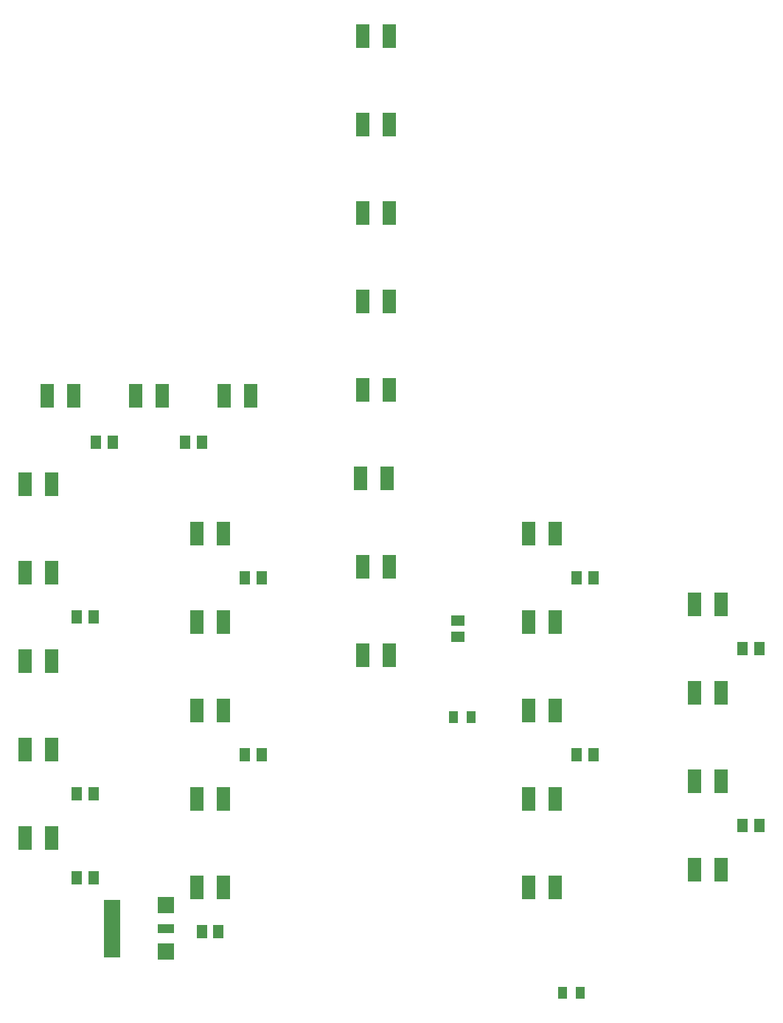
<source format=gtp>
G04 (created by PCBNEW-RS274X (2011-12-28 BZR 3254)-stable) date 7/17/2012 5:32:20 PM*
G01*
G70*
G90*
%MOIN*%
G04 Gerber Fmt 3.4, Leading zero omitted, Abs format*
%FSLAX34Y34*%
G04 APERTURE LIST*
%ADD10C,0.006000*%
%ADD11R,0.051200X0.059000*%
%ADD12R,0.059000X0.051200*%
%ADD13R,0.042000X0.056000*%
%ADD14R,0.060000X0.110000*%
%ADD15R,0.074000X0.074000*%
%ADD16R,0.074000X0.044000*%
%ADD17R,0.074000X0.264000*%
G04 APERTURE END LIST*
G54D10*
G54D11*
X27825Y-39000D03*
X28575Y-39000D03*
X20975Y-52550D03*
X20225Y-52550D03*
X20225Y-40750D03*
X20975Y-40750D03*
X20225Y-48750D03*
X20975Y-48750D03*
X27825Y-47000D03*
X28575Y-47000D03*
X42825Y-39000D03*
X43575Y-39000D03*
X42825Y-47000D03*
X43575Y-47000D03*
X50325Y-42200D03*
X51075Y-42200D03*
X21100Y-32850D03*
X21850Y-32850D03*
X25875Y-32850D03*
X25125Y-32850D03*
X25875Y-55000D03*
X26625Y-55000D03*
G54D12*
X37440Y-41675D03*
X37440Y-40925D03*
G54D11*
X50325Y-50200D03*
X51075Y-50200D03*
G54D13*
X42200Y-57750D03*
X43000Y-57750D03*
X38040Y-45300D03*
X37240Y-45300D03*
G54D14*
X34360Y-42500D03*
X33160Y-42500D03*
X34360Y-38500D03*
X33160Y-38500D03*
X34250Y-34500D03*
X33050Y-34500D03*
X34350Y-30500D03*
X33150Y-30500D03*
X34350Y-26500D03*
X33150Y-26500D03*
X34350Y-22500D03*
X33150Y-22500D03*
X34350Y-18500D03*
X33150Y-18500D03*
X34350Y-14500D03*
X33150Y-14500D03*
X49350Y-52200D03*
X48150Y-52200D03*
X49350Y-48200D03*
X48150Y-48200D03*
X49350Y-44200D03*
X48150Y-44200D03*
X49350Y-40200D03*
X48150Y-40200D03*
X41850Y-49000D03*
X40650Y-49000D03*
X41850Y-45000D03*
X40650Y-45000D03*
X41850Y-41000D03*
X40650Y-41000D03*
X41850Y-37000D03*
X40650Y-37000D03*
X26850Y-49000D03*
X25650Y-49000D03*
X26850Y-45000D03*
X25650Y-45000D03*
X26850Y-41000D03*
X25650Y-41000D03*
X26850Y-37000D03*
X25650Y-37000D03*
X41850Y-53000D03*
X40650Y-53000D03*
X26850Y-53000D03*
X25650Y-53000D03*
X19100Y-50750D03*
X17900Y-50750D03*
X19100Y-46750D03*
X17900Y-46750D03*
X19100Y-42750D03*
X17900Y-42750D03*
X19100Y-38750D03*
X17900Y-38750D03*
X19100Y-34750D03*
X17900Y-34750D03*
X20100Y-30750D03*
X18900Y-30750D03*
X24100Y-30750D03*
X22900Y-30750D03*
X28100Y-30750D03*
X26900Y-30750D03*
G54D15*
X24270Y-55910D03*
G54D16*
X24270Y-54850D03*
G54D15*
X24270Y-53790D03*
G54D17*
X21830Y-54850D03*
M02*

</source>
